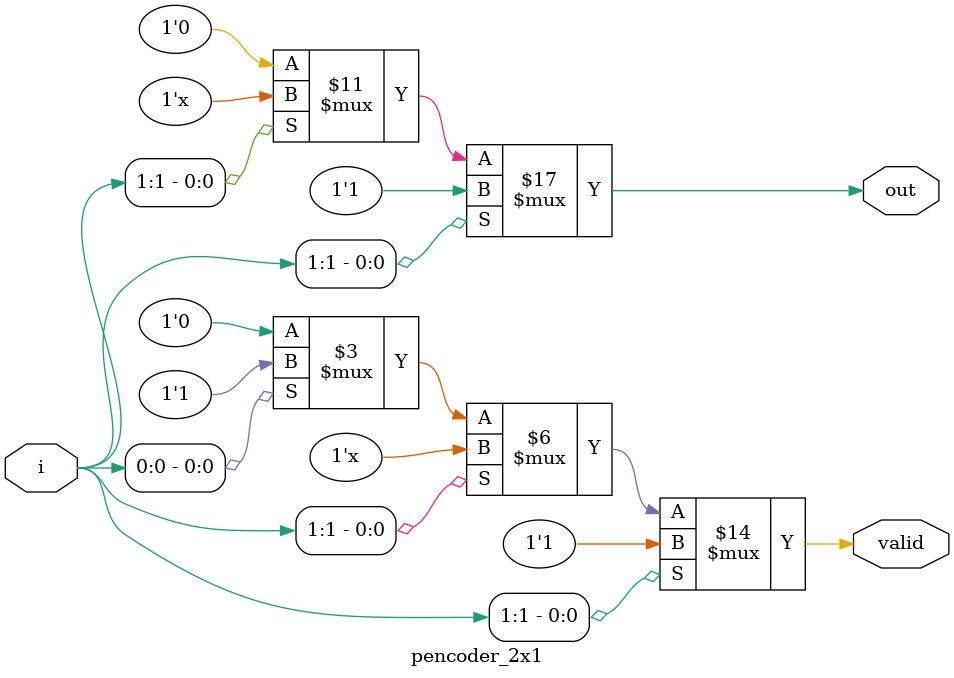
<source format=v>

module pencoder_2x1(
    input wire [1:0]i,
    output reg out,valid 
    );
    always@* begin
        if(i[1]) begin
            out=1'b1;
            valid=1'b1;
        end
        else if(i[0]) begin
            out=1'b0;
            valid=1'b1;
        end
        else begin
            out=1'b0;
            valid=1'b0;
        end
        
         
    end
    
endmodule
</source>
